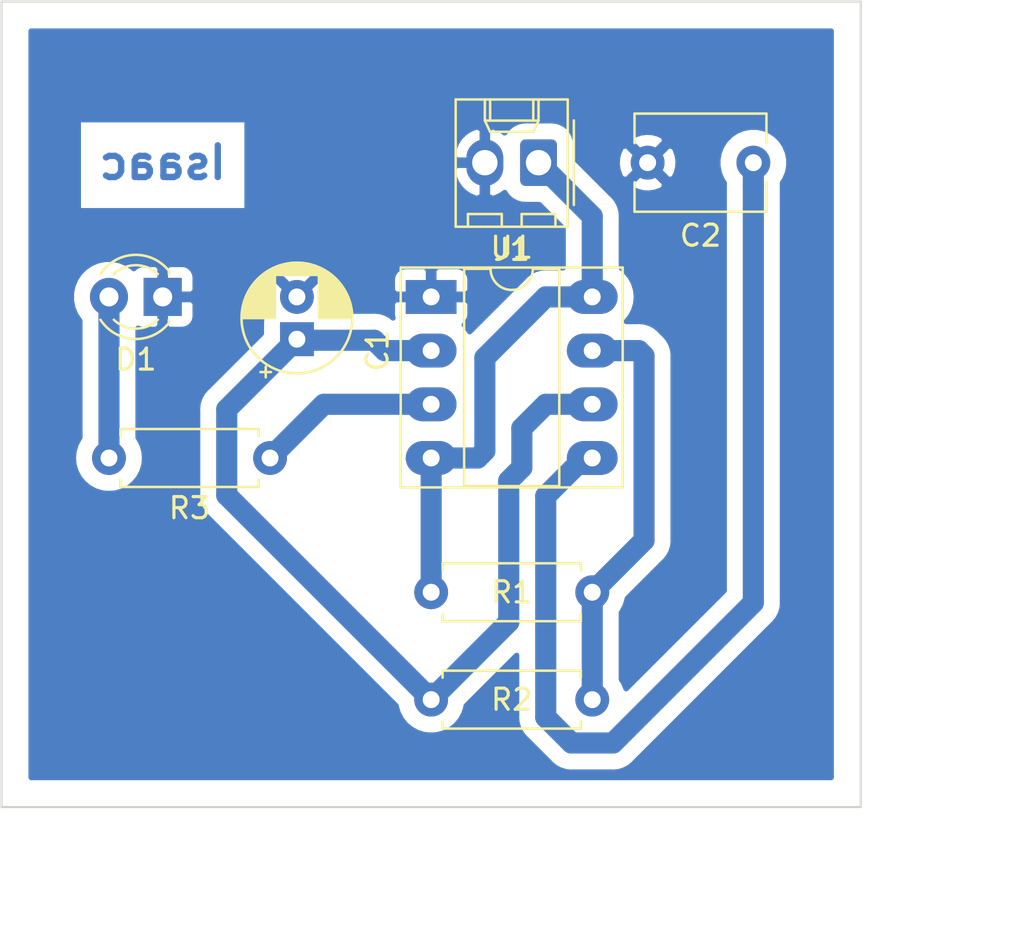
<source format=kicad_pcb>
(kicad_pcb (version 20171130) (host pcbnew "(5.1.4)-1")

  (general
    (thickness 1.6)
    (drawings 7)
    (tracks 36)
    (zones 0)
    (modules 8)
    (nets 8)
  )

  (page A4)
  (layers
    (0 F.Cu signal)
    (31 B.Cu signal)
    (32 B.Adhes user)
    (33 F.Adhes user)
    (34 B.Paste user)
    (35 F.Paste user)
    (36 B.SilkS user)
    (37 F.SilkS user)
    (38 B.Mask user)
    (39 F.Mask user)
    (40 Dwgs.User user)
    (41 Cmts.User user)
    (42 Eco1.User user)
    (43 Eco2.User user)
    (44 Edge.Cuts user)
    (45 Margin user)
    (46 B.CrtYd user)
    (47 F.CrtYd user)
    (48 B.Fab user)
    (49 F.Fab user)
  )

  (setup
    (last_trace_width 1)
    (user_trace_width 1)
    (trace_clearance 0.75)
    (zone_clearance 0.508)
    (zone_45_only no)
    (trace_min 0.2)
    (via_size 0.8)
    (via_drill 0.4)
    (via_min_size 0.4)
    (via_min_drill 0.3)
    (uvia_size 0.3)
    (uvia_drill 0.1)
    (uvias_allowed no)
    (uvia_min_size 0.2)
    (uvia_min_drill 0.1)
    (edge_width 0.05)
    (segment_width 0.2)
    (pcb_text_width 0.3)
    (pcb_text_size 1.5 1.5)
    (mod_edge_width 0.12)
    (mod_text_size 1 1)
    (mod_text_width 0.15)
    (pad_size 1.74 2.2)
    (pad_drill 1.2)
    (pad_to_mask_clearance 0.051)
    (solder_mask_min_width 0.25)
    (aux_axis_origin 0 0)
    (visible_elements 7FFFFFFF)
    (pcbplotparams
      (layerselection 0x00000_fffffffe)
      (usegerberextensions false)
      (usegerberattributes false)
      (usegerberadvancedattributes false)
      (creategerberjobfile false)
      (excludeedgelayer true)
      (linewidth 0.100000)
      (plotframeref false)
      (viasonmask false)
      (mode 1)
      (useauxorigin false)
      (hpglpennumber 1)
      (hpglpenspeed 20)
      (hpglpendiameter 15.000000)
      (psnegative false)
      (psa4output false)
      (plotreference true)
      (plotvalue true)
      (plotinvisibletext false)
      (padsonsilk false)
      (subtractmaskfromsilk false)
      (outputformat 4)
      (mirror false)
      (drillshape 0)
      (scaleselection 1)
      (outputdirectory "BATATA"))
  )

  (net 0 "")
  (net 1 GND)
  (net 2 "Net-(C1-Pad1)")
  (net 3 "Net-(C2-Pad1)")
  (net 4 "Net-(D1-Pad2)")
  (net 5 +5V)
  (net 6 "Net-(R1-Pad2)")
  (net 7 "Net-(R3-Pad1)")

  (net_class Default "Esta é a classe de rede padrão."
    (clearance 0.75)
    (trace_width 0.75)
    (via_dia 0.8)
    (via_drill 0.4)
    (uvia_dia 0.3)
    (uvia_drill 0.1)
    (add_net +5V)
    (add_net GND)
    (add_net "Net-(C1-Pad1)")
    (add_net "Net-(C2-Pad1)")
    (add_net "Net-(D1-Pad2)")
    (add_net "Net-(R1-Pad2)")
    (add_net "Net-(R3-Pad1)")
  )

  (module Capacitor_THT:CP_Radial_D5.0mm_P2.00mm (layer F.Cu) (tedit 5AE50EF0) (tstamp 5DA5924D)
    (at 72.39 59.15 90)
    (descr "CP, Radial series, Radial, pin pitch=2.00mm, , diameter=5mm, Electrolytic Capacitor")
    (tags "CP Radial series Radial pin pitch 2.00mm  diameter 5mm Electrolytic Capacitor")
    (path /5DA78578)
    (fp_text reference C1 (at -0.54 3.81 90) (layer F.SilkS)
      (effects (font (size 1 1) (thickness 0.15)))
    )
    (fp_text value 100uF (at 0.73 -3.81 90) (layer F.Fab)
      (effects (font (size 1 1) (thickness 0.15)))
    )
    (fp_text user %R (at 1.9 0 90) (layer F.Fab)
      (effects (font (size 1 1) (thickness 0.15)))
    )
    (fp_line (start -1.554775 -1.725) (end -1.554775 -1.225) (layer F.SilkS) (width 0.12))
    (fp_line (start -1.804775 -1.475) (end -1.304775 -1.475) (layer F.SilkS) (width 0.12))
    (fp_line (start 3.601 -0.284) (end 3.601 0.284) (layer F.SilkS) (width 0.12))
    (fp_line (start 3.561 -0.518) (end 3.561 0.518) (layer F.SilkS) (width 0.12))
    (fp_line (start 3.521 -0.677) (end 3.521 0.677) (layer F.SilkS) (width 0.12))
    (fp_line (start 3.481 -0.805) (end 3.481 0.805) (layer F.SilkS) (width 0.12))
    (fp_line (start 3.441 -0.915) (end 3.441 0.915) (layer F.SilkS) (width 0.12))
    (fp_line (start 3.401 -1.011) (end 3.401 1.011) (layer F.SilkS) (width 0.12))
    (fp_line (start 3.361 -1.098) (end 3.361 1.098) (layer F.SilkS) (width 0.12))
    (fp_line (start 3.321 -1.178) (end 3.321 1.178) (layer F.SilkS) (width 0.12))
    (fp_line (start 3.281 -1.251) (end 3.281 1.251) (layer F.SilkS) (width 0.12))
    (fp_line (start 3.241 -1.319) (end 3.241 1.319) (layer F.SilkS) (width 0.12))
    (fp_line (start 3.201 -1.383) (end 3.201 1.383) (layer F.SilkS) (width 0.12))
    (fp_line (start 3.161 -1.443) (end 3.161 1.443) (layer F.SilkS) (width 0.12))
    (fp_line (start 3.121 -1.5) (end 3.121 1.5) (layer F.SilkS) (width 0.12))
    (fp_line (start 3.081 -1.554) (end 3.081 1.554) (layer F.SilkS) (width 0.12))
    (fp_line (start 3.041 -1.605) (end 3.041 1.605) (layer F.SilkS) (width 0.12))
    (fp_line (start 3.001 1.04) (end 3.001 1.653) (layer F.SilkS) (width 0.12))
    (fp_line (start 3.001 -1.653) (end 3.001 -1.04) (layer F.SilkS) (width 0.12))
    (fp_line (start 2.961 1.04) (end 2.961 1.699) (layer F.SilkS) (width 0.12))
    (fp_line (start 2.961 -1.699) (end 2.961 -1.04) (layer F.SilkS) (width 0.12))
    (fp_line (start 2.921 1.04) (end 2.921 1.743) (layer F.SilkS) (width 0.12))
    (fp_line (start 2.921 -1.743) (end 2.921 -1.04) (layer F.SilkS) (width 0.12))
    (fp_line (start 2.881 1.04) (end 2.881 1.785) (layer F.SilkS) (width 0.12))
    (fp_line (start 2.881 -1.785) (end 2.881 -1.04) (layer F.SilkS) (width 0.12))
    (fp_line (start 2.841 1.04) (end 2.841 1.826) (layer F.SilkS) (width 0.12))
    (fp_line (start 2.841 -1.826) (end 2.841 -1.04) (layer F.SilkS) (width 0.12))
    (fp_line (start 2.801 1.04) (end 2.801 1.864) (layer F.SilkS) (width 0.12))
    (fp_line (start 2.801 -1.864) (end 2.801 -1.04) (layer F.SilkS) (width 0.12))
    (fp_line (start 2.761 1.04) (end 2.761 1.901) (layer F.SilkS) (width 0.12))
    (fp_line (start 2.761 -1.901) (end 2.761 -1.04) (layer F.SilkS) (width 0.12))
    (fp_line (start 2.721 1.04) (end 2.721 1.937) (layer F.SilkS) (width 0.12))
    (fp_line (start 2.721 -1.937) (end 2.721 -1.04) (layer F.SilkS) (width 0.12))
    (fp_line (start 2.681 1.04) (end 2.681 1.971) (layer F.SilkS) (width 0.12))
    (fp_line (start 2.681 -1.971) (end 2.681 -1.04) (layer F.SilkS) (width 0.12))
    (fp_line (start 2.641 1.04) (end 2.641 2.004) (layer F.SilkS) (width 0.12))
    (fp_line (start 2.641 -2.004) (end 2.641 -1.04) (layer F.SilkS) (width 0.12))
    (fp_line (start 2.601 1.04) (end 2.601 2.035) (layer F.SilkS) (width 0.12))
    (fp_line (start 2.601 -2.035) (end 2.601 -1.04) (layer F.SilkS) (width 0.12))
    (fp_line (start 2.561 1.04) (end 2.561 2.065) (layer F.SilkS) (width 0.12))
    (fp_line (start 2.561 -2.065) (end 2.561 -1.04) (layer F.SilkS) (width 0.12))
    (fp_line (start 2.521 1.04) (end 2.521 2.095) (layer F.SilkS) (width 0.12))
    (fp_line (start 2.521 -2.095) (end 2.521 -1.04) (layer F.SilkS) (width 0.12))
    (fp_line (start 2.481 1.04) (end 2.481 2.122) (layer F.SilkS) (width 0.12))
    (fp_line (start 2.481 -2.122) (end 2.481 -1.04) (layer F.SilkS) (width 0.12))
    (fp_line (start 2.441 1.04) (end 2.441 2.149) (layer F.SilkS) (width 0.12))
    (fp_line (start 2.441 -2.149) (end 2.441 -1.04) (layer F.SilkS) (width 0.12))
    (fp_line (start 2.401 1.04) (end 2.401 2.175) (layer F.SilkS) (width 0.12))
    (fp_line (start 2.401 -2.175) (end 2.401 -1.04) (layer F.SilkS) (width 0.12))
    (fp_line (start 2.361 1.04) (end 2.361 2.2) (layer F.SilkS) (width 0.12))
    (fp_line (start 2.361 -2.2) (end 2.361 -1.04) (layer F.SilkS) (width 0.12))
    (fp_line (start 2.321 1.04) (end 2.321 2.224) (layer F.SilkS) (width 0.12))
    (fp_line (start 2.321 -2.224) (end 2.321 -1.04) (layer F.SilkS) (width 0.12))
    (fp_line (start 2.281 1.04) (end 2.281 2.247) (layer F.SilkS) (width 0.12))
    (fp_line (start 2.281 -2.247) (end 2.281 -1.04) (layer F.SilkS) (width 0.12))
    (fp_line (start 2.241 1.04) (end 2.241 2.268) (layer F.SilkS) (width 0.12))
    (fp_line (start 2.241 -2.268) (end 2.241 -1.04) (layer F.SilkS) (width 0.12))
    (fp_line (start 2.201 1.04) (end 2.201 2.29) (layer F.SilkS) (width 0.12))
    (fp_line (start 2.201 -2.29) (end 2.201 -1.04) (layer F.SilkS) (width 0.12))
    (fp_line (start 2.161 1.04) (end 2.161 2.31) (layer F.SilkS) (width 0.12))
    (fp_line (start 2.161 -2.31) (end 2.161 -1.04) (layer F.SilkS) (width 0.12))
    (fp_line (start 2.121 1.04) (end 2.121 2.329) (layer F.SilkS) (width 0.12))
    (fp_line (start 2.121 -2.329) (end 2.121 -1.04) (layer F.SilkS) (width 0.12))
    (fp_line (start 2.081 1.04) (end 2.081 2.348) (layer F.SilkS) (width 0.12))
    (fp_line (start 2.081 -2.348) (end 2.081 -1.04) (layer F.SilkS) (width 0.12))
    (fp_line (start 2.041 1.04) (end 2.041 2.365) (layer F.SilkS) (width 0.12))
    (fp_line (start 2.041 -2.365) (end 2.041 -1.04) (layer F.SilkS) (width 0.12))
    (fp_line (start 2.001 1.04) (end 2.001 2.382) (layer F.SilkS) (width 0.12))
    (fp_line (start 2.001 -2.382) (end 2.001 -1.04) (layer F.SilkS) (width 0.12))
    (fp_line (start 1.961 1.04) (end 1.961 2.398) (layer F.SilkS) (width 0.12))
    (fp_line (start 1.961 -2.398) (end 1.961 -1.04) (layer F.SilkS) (width 0.12))
    (fp_line (start 1.921 1.04) (end 1.921 2.414) (layer F.SilkS) (width 0.12))
    (fp_line (start 1.921 -2.414) (end 1.921 -1.04) (layer F.SilkS) (width 0.12))
    (fp_line (start 1.881 1.04) (end 1.881 2.428) (layer F.SilkS) (width 0.12))
    (fp_line (start 1.881 -2.428) (end 1.881 -1.04) (layer F.SilkS) (width 0.12))
    (fp_line (start 1.841 1.04) (end 1.841 2.442) (layer F.SilkS) (width 0.12))
    (fp_line (start 1.841 -2.442) (end 1.841 -1.04) (layer F.SilkS) (width 0.12))
    (fp_line (start 1.801 1.04) (end 1.801 2.455) (layer F.SilkS) (width 0.12))
    (fp_line (start 1.801 -2.455) (end 1.801 -1.04) (layer F.SilkS) (width 0.12))
    (fp_line (start 1.761 1.04) (end 1.761 2.468) (layer F.SilkS) (width 0.12))
    (fp_line (start 1.761 -2.468) (end 1.761 -1.04) (layer F.SilkS) (width 0.12))
    (fp_line (start 1.721 1.04) (end 1.721 2.48) (layer F.SilkS) (width 0.12))
    (fp_line (start 1.721 -2.48) (end 1.721 -1.04) (layer F.SilkS) (width 0.12))
    (fp_line (start 1.68 1.04) (end 1.68 2.491) (layer F.SilkS) (width 0.12))
    (fp_line (start 1.68 -2.491) (end 1.68 -1.04) (layer F.SilkS) (width 0.12))
    (fp_line (start 1.64 1.04) (end 1.64 2.501) (layer F.SilkS) (width 0.12))
    (fp_line (start 1.64 -2.501) (end 1.64 -1.04) (layer F.SilkS) (width 0.12))
    (fp_line (start 1.6 1.04) (end 1.6 2.511) (layer F.SilkS) (width 0.12))
    (fp_line (start 1.6 -2.511) (end 1.6 -1.04) (layer F.SilkS) (width 0.12))
    (fp_line (start 1.56 1.04) (end 1.56 2.52) (layer F.SilkS) (width 0.12))
    (fp_line (start 1.56 -2.52) (end 1.56 -1.04) (layer F.SilkS) (width 0.12))
    (fp_line (start 1.52 1.04) (end 1.52 2.528) (layer F.SilkS) (width 0.12))
    (fp_line (start 1.52 -2.528) (end 1.52 -1.04) (layer F.SilkS) (width 0.12))
    (fp_line (start 1.48 1.04) (end 1.48 2.536) (layer F.SilkS) (width 0.12))
    (fp_line (start 1.48 -2.536) (end 1.48 -1.04) (layer F.SilkS) (width 0.12))
    (fp_line (start 1.44 1.04) (end 1.44 2.543) (layer F.SilkS) (width 0.12))
    (fp_line (start 1.44 -2.543) (end 1.44 -1.04) (layer F.SilkS) (width 0.12))
    (fp_line (start 1.4 1.04) (end 1.4 2.55) (layer F.SilkS) (width 0.12))
    (fp_line (start 1.4 -2.55) (end 1.4 -1.04) (layer F.SilkS) (width 0.12))
    (fp_line (start 1.36 1.04) (end 1.36 2.556) (layer F.SilkS) (width 0.12))
    (fp_line (start 1.36 -2.556) (end 1.36 -1.04) (layer F.SilkS) (width 0.12))
    (fp_line (start 1.32 1.04) (end 1.32 2.561) (layer F.SilkS) (width 0.12))
    (fp_line (start 1.32 -2.561) (end 1.32 -1.04) (layer F.SilkS) (width 0.12))
    (fp_line (start 1.28 1.04) (end 1.28 2.565) (layer F.SilkS) (width 0.12))
    (fp_line (start 1.28 -2.565) (end 1.28 -1.04) (layer F.SilkS) (width 0.12))
    (fp_line (start 1.24 1.04) (end 1.24 2.569) (layer F.SilkS) (width 0.12))
    (fp_line (start 1.24 -2.569) (end 1.24 -1.04) (layer F.SilkS) (width 0.12))
    (fp_line (start 1.2 1.04) (end 1.2 2.573) (layer F.SilkS) (width 0.12))
    (fp_line (start 1.2 -2.573) (end 1.2 -1.04) (layer F.SilkS) (width 0.12))
    (fp_line (start 1.16 1.04) (end 1.16 2.576) (layer F.SilkS) (width 0.12))
    (fp_line (start 1.16 -2.576) (end 1.16 -1.04) (layer F.SilkS) (width 0.12))
    (fp_line (start 1.12 1.04) (end 1.12 2.578) (layer F.SilkS) (width 0.12))
    (fp_line (start 1.12 -2.578) (end 1.12 -1.04) (layer F.SilkS) (width 0.12))
    (fp_line (start 1.08 1.04) (end 1.08 2.579) (layer F.SilkS) (width 0.12))
    (fp_line (start 1.08 -2.579) (end 1.08 -1.04) (layer F.SilkS) (width 0.12))
    (fp_line (start 1.04 -2.58) (end 1.04 -1.04) (layer F.SilkS) (width 0.12))
    (fp_line (start 1.04 1.04) (end 1.04 2.58) (layer F.SilkS) (width 0.12))
    (fp_line (start 1 -2.58) (end 1 -1.04) (layer F.SilkS) (width 0.12))
    (fp_line (start 1 1.04) (end 1 2.58) (layer F.SilkS) (width 0.12))
    (fp_line (start -0.883605 -1.3375) (end -0.883605 -0.8375) (layer F.Fab) (width 0.1))
    (fp_line (start -1.133605 -1.0875) (end -0.633605 -1.0875) (layer F.Fab) (width 0.1))
    (fp_circle (center 1 0) (end 3.75 0) (layer F.CrtYd) (width 0.05))
    (fp_circle (center 1 0) (end 3.62 0) (layer F.SilkS) (width 0.12))
    (fp_circle (center 1 0) (end 3.5 0) (layer F.Fab) (width 0.1))
    (pad 2 thru_hole circle (at 2 0 90) (size 1.6 1.6) (drill 0.8) (layers *.Cu *.Mask)
      (net 1 GND))
    (pad 1 thru_hole rect (at 0 0 90) (size 1.6 1.6) (drill 0.8) (layers *.Cu *.Mask)
      (net 2 "Net-(C1-Pad1)"))
    (model ${KISYS3DMOD}/Capacitor_THT.3dshapes/CP_Radial_D5.0mm_P2.00mm.wrl
      (at (xyz 0 0 0))
      (scale (xyz 1 1 1))
      (rotate (xyz 0 0 0))
    )
  )

  (module Package_DIP:DIP-8_W7.62mm_Socket_LongPads (layer F.Cu) (tedit 5A02E8C5) (tstamp 5DA59302)
    (at 78.74 57.15)
    (descr "8-lead though-hole mounted DIP package, row spacing 7.62 mm (300 mils), Socket, LongPads")
    (tags "THT DIP DIL PDIP 2.54mm 7.62mm 300mil Socket LongPads")
    (path /5DA71490)
    (fp_text reference U1 (at 3.81 -2.33) (layer F.SilkS)
      (effects (font (size 1 1) (thickness 0.15)))
    )
    (fp_text value NE555 (at 3.81 9.95) (layer F.Fab)
      (effects (font (size 1 1) (thickness 0.15)))
    )
    (fp_text user %R (at 3.81 3.81) (layer F.Fab)
      (effects (font (size 1 1) (thickness 0.15)))
    )
    (fp_line (start 9.15 -1.6) (end -1.55 -1.6) (layer F.CrtYd) (width 0.05))
    (fp_line (start 9.15 9.2) (end 9.15 -1.6) (layer F.CrtYd) (width 0.05))
    (fp_line (start -1.55 9.2) (end 9.15 9.2) (layer F.CrtYd) (width 0.05))
    (fp_line (start -1.55 -1.6) (end -1.55 9.2) (layer F.CrtYd) (width 0.05))
    (fp_line (start 9.06 -1.39) (end -1.44 -1.39) (layer F.SilkS) (width 0.12))
    (fp_line (start 9.06 9.01) (end 9.06 -1.39) (layer F.SilkS) (width 0.12))
    (fp_line (start -1.44 9.01) (end 9.06 9.01) (layer F.SilkS) (width 0.12))
    (fp_line (start -1.44 -1.39) (end -1.44 9.01) (layer F.SilkS) (width 0.12))
    (fp_line (start 6.06 -1.33) (end 4.81 -1.33) (layer F.SilkS) (width 0.12))
    (fp_line (start 6.06 8.95) (end 6.06 -1.33) (layer F.SilkS) (width 0.12))
    (fp_line (start 1.56 8.95) (end 6.06 8.95) (layer F.SilkS) (width 0.12))
    (fp_line (start 1.56 -1.33) (end 1.56 8.95) (layer F.SilkS) (width 0.12))
    (fp_line (start 2.81 -1.33) (end 1.56 -1.33) (layer F.SilkS) (width 0.12))
    (fp_line (start 8.89 -1.33) (end -1.27 -1.33) (layer F.Fab) (width 0.1))
    (fp_line (start 8.89 8.95) (end 8.89 -1.33) (layer F.Fab) (width 0.1))
    (fp_line (start -1.27 8.95) (end 8.89 8.95) (layer F.Fab) (width 0.1))
    (fp_line (start -1.27 -1.33) (end -1.27 8.95) (layer F.Fab) (width 0.1))
    (fp_line (start 0.635 -0.27) (end 1.635 -1.27) (layer F.Fab) (width 0.1))
    (fp_line (start 0.635 8.89) (end 0.635 -0.27) (layer F.Fab) (width 0.1))
    (fp_line (start 6.985 8.89) (end 0.635 8.89) (layer F.Fab) (width 0.1))
    (fp_line (start 6.985 -1.27) (end 6.985 8.89) (layer F.Fab) (width 0.1))
    (fp_line (start 1.635 -1.27) (end 6.985 -1.27) (layer F.Fab) (width 0.1))
    (fp_arc (start 3.81 -1.33) (end 2.81 -1.33) (angle -180) (layer F.SilkS) (width 0.12))
    (pad 8 thru_hole oval (at 7.62 0) (size 2.4 1.6) (drill 0.8) (layers *.Cu *.Mask)
      (net 5 +5V))
    (pad 4 thru_hole oval (at 0 7.62) (size 2.4 1.6) (drill 0.8) (layers *.Cu *.Mask)
      (net 5 +5V))
    (pad 7 thru_hole oval (at 7.62 2.54) (size 2.4 1.6) (drill 0.8) (layers *.Cu *.Mask)
      (net 6 "Net-(R1-Pad2)"))
    (pad 3 thru_hole oval (at 0 5.08) (size 2.4 1.6) (drill 0.8) (layers *.Cu *.Mask)
      (net 7 "Net-(R3-Pad1)"))
    (pad 6 thru_hole oval (at 7.62 5.08) (size 2.4 1.6) (drill 0.8) (layers *.Cu *.Mask)
      (net 2 "Net-(C1-Pad1)"))
    (pad 2 thru_hole oval (at 0 2.54) (size 2.4 1.6) (drill 0.8) (layers *.Cu *.Mask)
      (net 2 "Net-(C1-Pad1)"))
    (pad 5 thru_hole oval (at 7.62 7.62) (size 2.4 1.6) (drill 0.8) (layers *.Cu *.Mask)
      (net 3 "Net-(C2-Pad1)"))
    (pad 1 thru_hole rect (at 0 0) (size 2.4 1.6) (drill 0.8) (layers *.Cu *.Mask)
      (net 1 GND))
    (model ${KISYS3DMOD}/Package_DIP.3dshapes/DIP-8_W7.62mm_Socket.wrl
      (at (xyz 0 0 0))
      (scale (xyz 1 1 1))
      (rotate (xyz 0 0 0))
    )
  )

  (module Resistor_THT:R_Axial_DIN0207_L6.3mm_D2.5mm_P7.62mm_Horizontal (layer F.Cu) (tedit 5AE5139B) (tstamp 5DA592DE)
    (at 71.12 64.77 180)
    (descr "Resistor, Axial_DIN0207 series, Axial, Horizontal, pin pitch=7.62mm, 0.25W = 1/4W, length*diameter=6.3*2.5mm^2, http://cdn-reichelt.de/documents/datenblatt/B400/1_4W%23YAG.pdf")
    (tags "Resistor Axial_DIN0207 series Axial Horizontal pin pitch 7.62mm 0.25W = 1/4W length 6.3mm diameter 2.5mm")
    (path /5DA7553A)
    (fp_text reference R3 (at 3.81 -2.37) (layer F.SilkS)
      (effects (font (size 1 1) (thickness 0.15)))
    )
    (fp_text value R (at 3.81 2.37) (layer F.Fab)
      (effects (font (size 1 1) (thickness 0.15)))
    )
    (fp_text user %R (at 3.81 0) (layer F.Fab)
      (effects (font (size 1 1) (thickness 0.15)))
    )
    (fp_line (start 8.67 -1.5) (end -1.05 -1.5) (layer F.CrtYd) (width 0.05))
    (fp_line (start 8.67 1.5) (end 8.67 -1.5) (layer F.CrtYd) (width 0.05))
    (fp_line (start -1.05 1.5) (end 8.67 1.5) (layer F.CrtYd) (width 0.05))
    (fp_line (start -1.05 -1.5) (end -1.05 1.5) (layer F.CrtYd) (width 0.05))
    (fp_line (start 7.08 1.37) (end 7.08 1.04) (layer F.SilkS) (width 0.12))
    (fp_line (start 0.54 1.37) (end 7.08 1.37) (layer F.SilkS) (width 0.12))
    (fp_line (start 0.54 1.04) (end 0.54 1.37) (layer F.SilkS) (width 0.12))
    (fp_line (start 7.08 -1.37) (end 7.08 -1.04) (layer F.SilkS) (width 0.12))
    (fp_line (start 0.54 -1.37) (end 7.08 -1.37) (layer F.SilkS) (width 0.12))
    (fp_line (start 0.54 -1.04) (end 0.54 -1.37) (layer F.SilkS) (width 0.12))
    (fp_line (start 7.62 0) (end 6.96 0) (layer F.Fab) (width 0.1))
    (fp_line (start 0 0) (end 0.66 0) (layer F.Fab) (width 0.1))
    (fp_line (start 6.96 -1.25) (end 0.66 -1.25) (layer F.Fab) (width 0.1))
    (fp_line (start 6.96 1.25) (end 6.96 -1.25) (layer F.Fab) (width 0.1))
    (fp_line (start 0.66 1.25) (end 6.96 1.25) (layer F.Fab) (width 0.1))
    (fp_line (start 0.66 -1.25) (end 0.66 1.25) (layer F.Fab) (width 0.1))
    (pad 2 thru_hole oval (at 7.62 0 180) (size 1.6 1.6) (drill 0.8) (layers *.Cu *.Mask)
      (net 4 "Net-(D1-Pad2)"))
    (pad 1 thru_hole circle (at 0 0 180) (size 1.6 1.6) (drill 0.8) (layers *.Cu *.Mask)
      (net 7 "Net-(R3-Pad1)"))
    (model ${KISYS3DMOD}/Resistor_THT.3dshapes/R_Axial_DIN0207_L6.3mm_D2.5mm_P7.62mm_Horizontal.wrl
      (at (xyz 0 0 0))
      (scale (xyz 1 1 1))
      (rotate (xyz 0 0 0))
    )
  )

  (module Resistor_THT:R_Axial_DIN0207_L6.3mm_D2.5mm_P7.62mm_Horizontal (layer F.Cu) (tedit 5AE5139B) (tstamp 5DA592C7)
    (at 86.36 76.2 180)
    (descr "Resistor, Axial_DIN0207 series, Axial, Horizontal, pin pitch=7.62mm, 0.25W = 1/4W, length*diameter=6.3*2.5mm^2, http://cdn-reichelt.de/documents/datenblatt/B400/1_4W%23YAG.pdf")
    (tags "Resistor Axial_DIN0207 series Axial Horizontal pin pitch 7.62mm 0.25W = 1/4W length 6.3mm diameter 2.5mm")
    (path /5DA79FB5)
    (fp_text reference R2 (at 3.81 0) (layer F.SilkS)
      (effects (font (size 1 1) (thickness 0.15)))
    )
    (fp_text value 6k8 (at -2.54 0) (layer F.Fab)
      (effects (font (size 1 1) (thickness 0.15)))
    )
    (fp_text user %R (at 3.81 0) (layer F.Fab)
      (effects (font (size 1 1) (thickness 0.15)))
    )
    (fp_line (start 8.67 -1.5) (end -1.05 -1.5) (layer F.CrtYd) (width 0.05))
    (fp_line (start 8.67 1.5) (end 8.67 -1.5) (layer F.CrtYd) (width 0.05))
    (fp_line (start -1.05 1.5) (end 8.67 1.5) (layer F.CrtYd) (width 0.05))
    (fp_line (start -1.05 -1.5) (end -1.05 1.5) (layer F.CrtYd) (width 0.05))
    (fp_line (start 7.08 1.37) (end 7.08 1.04) (layer F.SilkS) (width 0.12))
    (fp_line (start 0.54 1.37) (end 7.08 1.37) (layer F.SilkS) (width 0.12))
    (fp_line (start 0.54 1.04) (end 0.54 1.37) (layer F.SilkS) (width 0.12))
    (fp_line (start 7.08 -1.37) (end 7.08 -1.04) (layer F.SilkS) (width 0.12))
    (fp_line (start 0.54 -1.37) (end 7.08 -1.37) (layer F.SilkS) (width 0.12))
    (fp_line (start 0.54 -1.04) (end 0.54 -1.37) (layer F.SilkS) (width 0.12))
    (fp_line (start 7.62 0) (end 6.96 0) (layer F.Fab) (width 0.1))
    (fp_line (start 0 0) (end 0.66 0) (layer F.Fab) (width 0.1))
    (fp_line (start 6.96 -1.25) (end 0.66 -1.25) (layer F.Fab) (width 0.1))
    (fp_line (start 6.96 1.25) (end 6.96 -1.25) (layer F.Fab) (width 0.1))
    (fp_line (start 0.66 1.25) (end 6.96 1.25) (layer F.Fab) (width 0.1))
    (fp_line (start 0.66 -1.25) (end 0.66 1.25) (layer F.Fab) (width 0.1))
    (pad 2 thru_hole oval (at 7.62 0 180) (size 1.6 1.6) (drill 0.8) (layers *.Cu *.Mask)
      (net 2 "Net-(C1-Pad1)"))
    (pad 1 thru_hole circle (at 0 0 180) (size 1.6 1.6) (drill 0.8) (layers *.Cu *.Mask)
      (net 6 "Net-(R1-Pad2)"))
    (model ${KISYS3DMOD}/Resistor_THT.3dshapes/R_Axial_DIN0207_L6.3mm_D2.5mm_P7.62mm_Horizontal.wrl
      (at (xyz 0 0 0))
      (scale (xyz 1 1 1))
      (rotate (xyz 0 0 0))
    )
  )

  (module Resistor_THT:R_Axial_DIN0207_L6.3mm_D2.5mm_P7.62mm_Horizontal (layer F.Cu) (tedit 5AE5139B) (tstamp 5DA592B0)
    (at 78.74 71.12)
    (descr "Resistor, Axial_DIN0207 series, Axial, Horizontal, pin pitch=7.62mm, 0.25W = 1/4W, length*diameter=6.3*2.5mm^2, http://cdn-reichelt.de/documents/datenblatt/B400/1_4W%23YAG.pdf")
    (tags "Resistor Axial_DIN0207 series Axial Horizontal pin pitch 7.62mm 0.25W = 1/4W length 6.3mm diameter 2.5mm")
    (path /5DA7A580)
    (fp_text reference R1 (at 3.81 0) (layer F.SilkS)
      (effects (font (size 1 1) (thickness 0.15)))
    )
    (fp_text value 1k (at 10.16 0) (layer F.Fab)
      (effects (font (size 1 1) (thickness 0.15)))
    )
    (fp_text user %R (at 3.81 0) (layer F.Fab)
      (effects (font (size 1 1) (thickness 0.15)))
    )
    (fp_line (start 8.67 -1.5) (end -1.05 -1.5) (layer F.CrtYd) (width 0.05))
    (fp_line (start 8.67 1.5) (end 8.67 -1.5) (layer F.CrtYd) (width 0.05))
    (fp_line (start -1.05 1.5) (end 8.67 1.5) (layer F.CrtYd) (width 0.05))
    (fp_line (start -1.05 -1.5) (end -1.05 1.5) (layer F.CrtYd) (width 0.05))
    (fp_line (start 7.08 1.37) (end 7.08 1.04) (layer F.SilkS) (width 0.12))
    (fp_line (start 0.54 1.37) (end 7.08 1.37) (layer F.SilkS) (width 0.12))
    (fp_line (start 0.54 1.04) (end 0.54 1.37) (layer F.SilkS) (width 0.12))
    (fp_line (start 7.08 -1.37) (end 7.08 -1.04) (layer F.SilkS) (width 0.12))
    (fp_line (start 0.54 -1.37) (end 7.08 -1.37) (layer F.SilkS) (width 0.12))
    (fp_line (start 0.54 -1.04) (end 0.54 -1.37) (layer F.SilkS) (width 0.12))
    (fp_line (start 7.62 0) (end 6.96 0) (layer F.Fab) (width 0.1))
    (fp_line (start 0 0) (end 0.66 0) (layer F.Fab) (width 0.1))
    (fp_line (start 6.96 -1.25) (end 0.66 -1.25) (layer F.Fab) (width 0.1))
    (fp_line (start 6.96 1.25) (end 6.96 -1.25) (layer F.Fab) (width 0.1))
    (fp_line (start 0.66 1.25) (end 6.96 1.25) (layer F.Fab) (width 0.1))
    (fp_line (start 0.66 -1.25) (end 0.66 1.25) (layer F.Fab) (width 0.1))
    (pad 2 thru_hole oval (at 7.62 0) (size 1.6 1.6) (drill 0.8) (layers *.Cu *.Mask)
      (net 6 "Net-(R1-Pad2)"))
    (pad 1 thru_hole circle (at 0 0) (size 1.6 1.6) (drill 0.8) (layers *.Cu *.Mask)
      (net 5 +5V))
    (model ${KISYS3DMOD}/Resistor_THT.3dshapes/R_Axial_DIN0207_L6.3mm_D2.5mm_P7.62mm_Horizontal.wrl
      (at (xyz 0 0 0))
      (scale (xyz 1 1 1))
      (rotate (xyz 0 0 0))
    )
  )

  (module Connector_Molex:Molex_KK-254_AE-6410-02A_1x02_P2.54mm_Vertical (layer F.Cu) (tedit 5DA5014D) (tstamp 5DA59299)
    (at 83.82 50.8 180)
    (descr "Molex KK-254 Interconnect System, old/engineering part number: AE-6410-02A example for new part number: 22-27-2021, 2 Pins (http://www.molex.com/pdm_docs/sd/022272021_sd.pdf), generated with kicad-footprint-generator")
    (tags "connector Molex KK-254 side entry")
    (path /5DA86A3E)
    (fp_text reference J1 (at 1.27 -4.12) (layer F.SilkS)
      (effects (font (size 1 1) (thickness 0.15)))
    )
    (fp_text value Jack-DC (at 1.27 4.08) (layer F.Fab)
      (effects (font (size 1 1) (thickness 0.15)))
    )
    (fp_text user %R (at 1.27 -2.22) (layer F.Fab)
      (effects (font (size 1 1) (thickness 0.15)))
    )
    (fp_line (start 4.31 -3.42) (end -1.77 -3.42) (layer F.CrtYd) (width 0.05))
    (fp_line (start 4.31 3.38) (end 4.31 -3.42) (layer F.CrtYd) (width 0.05))
    (fp_line (start -1.77 3.38) (end 4.31 3.38) (layer F.CrtYd) (width 0.05))
    (fp_line (start -1.77 -3.42) (end -1.77 3.38) (layer F.CrtYd) (width 0.05))
    (fp_line (start 3.34 -2.43) (end 3.34 -3.03) (layer F.SilkS) (width 0.12))
    (fp_line (start 1.74 -2.43) (end 3.34 -2.43) (layer F.SilkS) (width 0.12))
    (fp_line (start 1.74 -3.03) (end 1.74 -2.43) (layer F.SilkS) (width 0.12))
    (fp_line (start 0.8 -2.43) (end 0.8 -3.03) (layer F.SilkS) (width 0.12))
    (fp_line (start -0.8 -2.43) (end 0.8 -2.43) (layer F.SilkS) (width 0.12))
    (fp_line (start -0.8 -3.03) (end -0.8 -2.43) (layer F.SilkS) (width 0.12))
    (fp_line (start 2.29 2.99) (end 2.29 1.99) (layer F.SilkS) (width 0.12))
    (fp_line (start 0.25 2.99) (end 0.25 1.99) (layer F.SilkS) (width 0.12))
    (fp_line (start 2.29 1.46) (end 2.54 1.99) (layer F.SilkS) (width 0.12))
    (fp_line (start 0.25 1.46) (end 2.29 1.46) (layer F.SilkS) (width 0.12))
    (fp_line (start 0 1.99) (end 0.25 1.46) (layer F.SilkS) (width 0.12))
    (fp_line (start 2.54 1.99) (end 2.54 2.99) (layer F.SilkS) (width 0.12))
    (fp_line (start 0 1.99) (end 2.54 1.99) (layer F.SilkS) (width 0.12))
    (fp_line (start 0 2.99) (end 0 1.99) (layer F.SilkS) (width 0.12))
    (fp_line (start -0.562893 0) (end -1.27 0.5) (layer F.Fab) (width 0.1))
    (fp_line (start -1.27 -0.5) (end -0.562893 0) (layer F.Fab) (width 0.1))
    (fp_line (start -1.67 -2) (end -1.67 2) (layer F.SilkS) (width 0.12))
    (fp_line (start 3.92 -3.03) (end -1.38 -3.03) (layer F.SilkS) (width 0.12))
    (fp_line (start 3.92 2.99) (end 3.92 -3.03) (layer F.SilkS) (width 0.12))
    (fp_line (start -1.38 2.99) (end 3.92 2.99) (layer F.SilkS) (width 0.12))
    (fp_line (start -1.38 -3.03) (end -1.38 2.99) (layer F.SilkS) (width 0.12))
    (fp_line (start 3.81 -2.92) (end -1.27 -2.92) (layer F.Fab) (width 0.1))
    (fp_line (start 3.81 2.88) (end 3.81 -2.92) (layer F.Fab) (width 0.1))
    (fp_line (start -1.27 2.88) (end 3.81 2.88) (layer F.Fab) (width 0.1))
    (fp_line (start -1.27 -2.92) (end -1.27 2.88) (layer F.Fab) (width 0.1))
    (pad 2 thru_hole oval (at 2.54 0 180) (size 1.74 2.2) (drill 1.2) (layers *.Cu *.Mask)
      (net 1 GND) (thermal_width 0.5))
    (pad 1 thru_hole roundrect (at 0 0 180) (size 1.74 2.2) (drill 1.2) (layers *.Cu *.Mask) (roundrect_rratio 0.143678)
      (net 5 +5V))
    (model ${KISYS3DMOD}/Connector_Molex.3dshapes/Molex_KK-254_AE-6410-02A_1x02_P2.54mm_Vertical.wrl
      (at (xyz 0 0 0))
      (scale (xyz 1 1 1))
      (rotate (xyz 0 0 0))
    )
  )

  (module LED_THT:LED_D3.0mm (layer F.Cu) (tedit 587A3A7B) (tstamp 5DA59275)
    (at 66.04 57.15 180)
    (descr "LED, diameter 3.0mm, 2 pins")
    (tags "LED diameter 3.0mm 2 pins")
    (path /5DA7391E)
    (fp_text reference D1 (at 1.27 -2.96) (layer F.SilkS)
      (effects (font (size 1 1) (thickness 0.15)))
    )
    (fp_text value LED (at 1.27 2.96) (layer F.Fab)
      (effects (font (size 1 1) (thickness 0.15)))
    )
    (fp_line (start 3.7 -2.25) (end -1.15 -2.25) (layer F.CrtYd) (width 0.05))
    (fp_line (start 3.7 2.25) (end 3.7 -2.25) (layer F.CrtYd) (width 0.05))
    (fp_line (start -1.15 2.25) (end 3.7 2.25) (layer F.CrtYd) (width 0.05))
    (fp_line (start -1.15 -2.25) (end -1.15 2.25) (layer F.CrtYd) (width 0.05))
    (fp_line (start -0.29 1.08) (end -0.29 1.236) (layer F.SilkS) (width 0.12))
    (fp_line (start -0.29 -1.236) (end -0.29 -1.08) (layer F.SilkS) (width 0.12))
    (fp_line (start -0.23 -1.16619) (end -0.23 1.16619) (layer F.Fab) (width 0.1))
    (fp_circle (center 1.27 0) (end 2.77 0) (layer F.Fab) (width 0.1))
    (fp_arc (start 1.27 0) (end 0.229039 1.08) (angle -87.9) (layer F.SilkS) (width 0.12))
    (fp_arc (start 1.27 0) (end 0.229039 -1.08) (angle 87.9) (layer F.SilkS) (width 0.12))
    (fp_arc (start 1.27 0) (end -0.29 1.235516) (angle -108.8) (layer F.SilkS) (width 0.12))
    (fp_arc (start 1.27 0) (end -0.29 -1.235516) (angle 108.8) (layer F.SilkS) (width 0.12))
    (fp_arc (start 1.27 0) (end -0.23 -1.16619) (angle 284.3) (layer F.Fab) (width 0.1))
    (pad 2 thru_hole circle (at 2.54 0 180) (size 1.8 1.8) (drill 0.9) (layers *.Cu *.Mask)
      (net 4 "Net-(D1-Pad2)"))
    (pad 1 thru_hole rect (at 0 0 180) (size 1.8 1.8) (drill 0.9) (layers *.Cu *.Mask)
      (net 1 GND))
    (model ${KISYS3DMOD}/LED_THT.3dshapes/LED_D3.0mm.wrl
      (at (xyz 0 0 0))
      (scale (xyz 1 1 1))
      (rotate (xyz 0 0 0))
    )
  )

  (module Capacitor_THT:C_Disc_D6.0mm_W4.4mm_P5.00mm (layer F.Cu) (tedit 5AE50EF0) (tstamp 5DA59DFF)
    (at 93.98 50.8 180)
    (descr "C, Disc series, Radial, pin pitch=5.00mm, , diameter*width=6*4.4mm^2, Capacitor")
    (tags "C Disc series Radial pin pitch 5.00mm  diameter 6mm width 4.4mm Capacitor")
    (path /5DA78BAA)
    (fp_text reference C2 (at 2.5 -3.45) (layer F.SilkS)
      (effects (font (size 1 1) (thickness 0.15)))
    )
    (fp_text value 0.1uF (at 2.5 3.45) (layer F.Fab)
      (effects (font (size 1 1) (thickness 0.15)))
    )
    (fp_text user %R (at 2.5 0) (layer F.Fab)
      (effects (font (size 1 1) (thickness 0.15)))
    )
    (fp_line (start 6.05 -2.45) (end -1.05 -2.45) (layer F.CrtYd) (width 0.05))
    (fp_line (start 6.05 2.45) (end 6.05 -2.45) (layer F.CrtYd) (width 0.05))
    (fp_line (start -1.05 2.45) (end 6.05 2.45) (layer F.CrtYd) (width 0.05))
    (fp_line (start -1.05 -2.45) (end -1.05 2.45) (layer F.CrtYd) (width 0.05))
    (fp_line (start 5.62 0.925) (end 5.62 2.321) (layer F.SilkS) (width 0.12))
    (fp_line (start 5.62 -2.321) (end 5.62 -0.925) (layer F.SilkS) (width 0.12))
    (fp_line (start -0.62 0.925) (end -0.62 2.321) (layer F.SilkS) (width 0.12))
    (fp_line (start -0.62 -2.321) (end -0.62 -0.925) (layer F.SilkS) (width 0.12))
    (fp_line (start -0.62 2.321) (end 5.62 2.321) (layer F.SilkS) (width 0.12))
    (fp_line (start -0.62 -2.321) (end 5.62 -2.321) (layer F.SilkS) (width 0.12))
    (fp_line (start 5.5 -2.2) (end -0.5 -2.2) (layer F.Fab) (width 0.1))
    (fp_line (start 5.5 2.2) (end 5.5 -2.2) (layer F.Fab) (width 0.1))
    (fp_line (start -0.5 2.2) (end 5.5 2.2) (layer F.Fab) (width 0.1))
    (fp_line (start -0.5 -2.2) (end -0.5 2.2) (layer F.Fab) (width 0.1))
    (pad 2 thru_hole circle (at 5 0 180) (size 1.6 1.6) (drill 0.8) (layers *.Cu *.Mask)
      (net 1 GND))
    (pad 1 thru_hole circle (at 0 0 180) (size 1.6 1.6) (drill 0.8) (layers *.Cu *.Mask)
      (net 3 "Net-(C2-Pad1)"))
    (model ${KISYS3DMOD}/Capacitor_THT.3dshapes/C_Disc_D6.0mm_W4.4mm_P5.00mm.wrl
      (at (xyz 0 0 0))
      (scale (xyz 1 1 1))
      (rotate (xyz 0 0 0))
    )
  )

  (dimension 38.1 (width 0.15) (layer Eco1.User)
    (gr_text "38,100 mm" (at 105.44 62.23 90) (layer Eco1.User)
      (effects (font (size 1 1) (thickness 0.15)))
    )
    (feature1 (pts (xy 101.6 43.18) (xy 104.726421 43.18)))
    (feature2 (pts (xy 101.6 81.28) (xy 104.726421 81.28)))
    (crossbar (pts (xy 104.14 81.28) (xy 104.14 43.18)))
    (arrow1a (pts (xy 104.14 43.18) (xy 104.726421 44.306504)))
    (arrow1b (pts (xy 104.14 43.18) (xy 103.553579 44.306504)))
    (arrow2a (pts (xy 104.14 81.28) (xy 104.726421 80.153496)))
    (arrow2b (pts (xy 104.14 81.28) (xy 103.553579 80.153496)))
  )
  (dimension 40.64 (width 0.15) (layer Eco1.User)
    (gr_text "40,640 mm" (at 78.74 87.66) (layer Eco1.User)
      (effects (font (size 1 1) (thickness 0.15)))
    )
    (feature1 (pts (xy 99.06 83.82) (xy 99.06 86.946421)))
    (feature2 (pts (xy 58.42 83.82) (xy 58.42 86.946421)))
    (crossbar (pts (xy 58.42 86.36) (xy 99.06 86.36)))
    (arrow1a (pts (xy 99.06 86.36) (xy 97.933496 86.946421)))
    (arrow1b (pts (xy 99.06 86.36) (xy 97.933496 85.773579)))
    (arrow2a (pts (xy 58.42 86.36) (xy 59.546504 86.946421)))
    (arrow2b (pts (xy 58.42 86.36) (xy 59.546504 85.773579)))
  )
  (gr_text Isaac (at 66.04 50.8) (layer B.Cu)
    (effects (font (size 1.5 1.5) (thickness 0.3)) (justify mirror))
  )
  (gr_line (start 99.06 43.18) (end 58.42 43.18) (layer Edge.Cuts) (width 0.1))
  (gr_line (start 99.06 81.28) (end 99.06 43.18) (layer Edge.Cuts) (width 0.1))
  (gr_line (start 58.42 81.28) (end 99.06 81.28) (layer Edge.Cuts) (width 0.1))
  (gr_line (start 58.42 43.18) (end 58.42 81.28) (layer Edge.Cuts) (width 0.1))

  (segment (start 76.54 59.69) (end 78.74 59.69) (width 1) (layer B.Cu) (net 2))
  (segment (start 76.050001 59.200001) (end 76.54 59.69) (width 1) (layer B.Cu) (net 2))
  (segment (start 72.339999 59.200001) (end 76.050001 59.200001) (width 1) (layer B.Cu) (net 2))
  (segment (start 69.069999 62.470001) (end 72.339999 59.200001) (width 1) (layer B.Cu) (net 2))
  (segment (start 69.069999 66.529999) (end 69.069999 62.470001) (width 1) (layer B.Cu) (net 2))
  (segment (start 78.74 76.2) (end 69.069999 66.529999) (width 1) (layer B.Cu) (net 2))
  (segment (start 84.16 62.23) (end 86.36 62.23) (width 1) (layer B.Cu) (net 2))
  (segment (start 83.03001 63.35999) (end 84.16 62.23) (width 1) (layer B.Cu) (net 2))
  (segment (start 83.03001 65.225103) (end 83.03001 63.35999) (width 1) (layer B.Cu) (net 2))
  (segment (start 82.40999 65.845123) (end 83.03001 65.225103) (width 1) (layer B.Cu) (net 2))
  (segment (start 82.40999 72.53001) (end 82.40999 65.845123) (width 1) (layer B.Cu) (net 2))
  (segment (start 78.74 76.2) (end 82.40999 72.53001) (width 1) (layer B.Cu) (net 2))
  (segment (start 93.98 51.93137) (end 93.98 50.8) (width 1) (layer B.Cu) (net 3))
  (segment (start 93.98 71.614002) (end 93.98 51.93137) (width 1) (layer B.Cu) (net 3))
  (segment (start 87.344001 78.250001) (end 93.98 71.614002) (width 1) (layer B.Cu) (net 3))
  (segment (start 85.375999 78.250001) (end 87.344001 78.250001) (width 1) (layer B.Cu) (net 3))
  (segment (start 84.16 77.034002) (end 85.375999 78.250001) (width 1) (layer B.Cu) (net 3))
  (segment (start 84.16 66.57) (end 84.16 77.034002) (width 1) (layer B.Cu) (net 3))
  (segment (start 85.96 64.77) (end 84.16 66.57) (width 1) (layer B.Cu) (net 3))
  (segment (start 86.36 64.77) (end 85.96 64.77) (width 1) (layer B.Cu) (net 3))
  (segment (start 63.5 57.15) (end 63.5 64.77) (width 1) (layer B.Cu) (net 4))
  (segment (start 78.74 64.77) (end 78.74 71.12) (width 1) (layer B.Cu) (net 5))
  (segment (start 80.94 64.77) (end 81.28 64.43) (width 1) (layer B.Cu) (net 5))
  (segment (start 78.74 64.77) (end 80.94 64.77) (width 1) (layer B.Cu) (net 5))
  (segment (start 84.16 57.15) (end 86.36 57.15) (width 1) (layer B.Cu) (net 5))
  (segment (start 81.28 60.03) (end 84.16 57.15) (width 1) (layer B.Cu) (net 5))
  (segment (start 81.28 64.43) (end 81.28 60.03) (width 1) (layer B.Cu) (net 5))
  (segment (start 86.36 53.34) (end 83.82 50.8) (width 1) (layer B.Cu) (net 5))
  (segment (start 86.36 57.15) (end 86.36 53.34) (width 1) (layer B.Cu) (net 5))
  (segment (start 86.36 76.2) (end 86.36 71.12) (width 1) (layer B.Cu) (net 6))
  (segment (start 88.56 59.69) (end 86.36 59.69) (width 1) (layer B.Cu) (net 6))
  (segment (start 88.81001 59.94001) (end 88.56 59.69) (width 1) (layer B.Cu) (net 6))
  (segment (start 86.36 71.12) (end 88.81001 68.66999) (width 1) (layer B.Cu) (net 6))
  (segment (start 88.81001 68.66999) (end 88.81001 59.94001) (width 1) (layer B.Cu) (net 6))
  (segment (start 73.66 62.23) (end 78.74 62.23) (width 1) (layer B.Cu) (net 7))
  (segment (start 71.12 64.77) (end 73.66 62.23) (width 1) (layer B.Cu) (net 7))

  (zone (net 1) (net_name GND) (layer B.Cu) (tstamp 0) (hatch edge 0.508)
    (connect_pads (clearance 0.508))
    (min_thickness 0.254)
    (fill yes (arc_segments 32) (thermal_gap 0.508) (thermal_bridge_width 0.508))
    (polygon
      (pts
        (xy 97.79 44.45) (xy 97.79 80.01) (xy 59.69 80.01) (xy 59.69 44.45)
      )
    )
    (filled_polygon
      (pts
        (xy 97.663 79.883) (xy 59.817 79.883) (xy 59.817 56.974981) (xy 61.723 56.974981) (xy 61.723 57.325019)
        (xy 61.791289 57.668332) (xy 61.925243 57.991725) (xy 62.119714 58.282771) (xy 62.123 58.286057) (xy 62.123001 63.804408)
        (xy 62.098879 63.833801) (xy 61.943158 64.125135) (xy 61.847265 64.441251) (xy 61.814886 64.77) (xy 61.847265 65.098749)
        (xy 61.943158 65.414865) (xy 62.098879 65.706199) (xy 62.308444 65.961556) (xy 62.563801 66.171121) (xy 62.855135 66.326842)
        (xy 63.171251 66.422735) (xy 63.417617 66.447) (xy 63.582383 66.447) (xy 63.828749 66.422735) (xy 64.144865 66.326842)
        (xy 64.436199 66.171121) (xy 64.691556 65.961556) (xy 64.901121 65.706199) (xy 65.056842 65.414865) (xy 65.152735 65.098749)
        (xy 65.185114 64.77) (xy 65.152735 64.441251) (xy 65.056842 64.125135) (xy 64.901121 63.833801) (xy 64.877 63.804409)
        (xy 64.877 62.470001) (xy 67.686337 62.470001) (xy 67.693 62.53765) (xy 67.692999 66.462359) (xy 67.686337 66.529999)
        (xy 67.692999 66.597638) (xy 67.712924 66.799937) (xy 67.791662 67.059503) (xy 67.919526 67.298719) (xy 68.091602 67.508395)
        (xy 68.144145 67.551516) (xy 77.083538 76.490911) (xy 77.087265 76.528749) (xy 77.183158 76.844865) (xy 77.338879 77.136199)
        (xy 77.548444 77.391556) (xy 77.803801 77.601121) (xy 78.095135 77.756842) (xy 78.411251 77.852735) (xy 78.657617 77.877)
        (xy 78.822383 77.877) (xy 79.068749 77.852735) (xy 79.384865 77.756842) (xy 79.676199 77.601121) (xy 79.931556 77.391556)
        (xy 80.141121 77.136199) (xy 80.296842 76.844865) (xy 80.392735 76.528749) (xy 80.396462 76.49091) (xy 82.783001 74.104372)
        (xy 82.783001 76.966352) (xy 82.776338 77.034002) (xy 82.802925 77.303941) (xy 82.881663 77.563506) (xy 82.965577 77.720497)
        (xy 83.009528 77.802723) (xy 83.181604 78.012399) (xy 83.234145 78.055518) (xy 84.354482 79.175856) (xy 84.397602 79.228398)
        (xy 84.607278 79.400474) (xy 84.846494 79.528338) (xy 85.10606 79.607076) (xy 85.308359 79.627001) (xy 85.308361 79.627001)
        (xy 85.375998 79.633663) (xy 85.443635 79.627001) (xy 87.276361 79.627001) (xy 87.344001 79.633663) (xy 87.61394 79.607076)
        (xy 87.613943 79.607075) (xy 87.873506 79.528338) (xy 88.112722 79.400474) (xy 88.322398 79.228398) (xy 88.365522 79.175851)
        (xy 94.90586 72.635514) (xy 94.958396 72.592399) (xy 95.009598 72.53001) (xy 95.130472 72.382724) (xy 95.130474 72.382722)
        (xy 95.258337 72.143507) (xy 95.272021 72.098396) (xy 95.337075 71.883942) (xy 95.363662 71.614002) (xy 95.357 71.546362)
        (xy 95.357 51.757694) (xy 95.466138 51.594357) (xy 95.592554 51.289163) (xy 95.657 50.96517) (xy 95.657 50.63483)
        (xy 95.592554 50.310837) (xy 95.466138 50.005643) (xy 95.282611 49.730975) (xy 95.049025 49.497389) (xy 94.774357 49.313862)
        (xy 94.469163 49.187446) (xy 94.14517 49.123) (xy 93.81483 49.123) (xy 93.490837 49.187446) (xy 93.185643 49.313862)
        (xy 92.910975 49.497389) (xy 92.677389 49.730975) (xy 92.493862 50.005643) (xy 92.367446 50.310837) (xy 92.303 50.63483)
        (xy 92.303 50.96517) (xy 92.367446 51.289163) (xy 92.493862 51.594357) (xy 92.603 51.757694) (xy 92.603 51.999009)
        (xy 92.603001 51.999019) (xy 92.603 71.04363) (xy 87.961787 75.684844) (xy 87.846138 75.405643) (xy 87.737 75.242306)
        (xy 87.737 72.085591) (xy 87.761121 72.056199) (xy 87.916842 71.764865) (xy 88.012735 71.448749) (xy 88.016462 71.410909)
        (xy 89.73587 69.691502) (xy 89.788406 69.648387) (xy 89.960483 69.438711) (xy 90.088347 69.199495) (xy 90.167085 68.939929)
        (xy 90.18701 68.73763) (xy 90.18701 68.737628) (xy 90.193672 68.669991) (xy 90.18701 68.602354) (xy 90.18701 60.00765)
        (xy 90.193672 59.94001) (xy 90.167085 59.670071) (xy 90.115645 59.500495) (xy 90.088347 59.410505) (xy 89.960483 59.171289)
        (xy 89.788407 58.961613) (xy 89.735864 58.918492) (xy 89.58152 58.764149) (xy 89.538397 58.711603) (xy 89.328721 58.539527)
        (xy 89.089505 58.411663) (xy 88.829939 58.332925) (xy 88.62764 58.313) (xy 88.56 58.306338) (xy 88.49236 58.313)
        (xy 87.974991 58.313) (xy 88.161121 58.086199) (xy 88.316842 57.794865) (xy 88.412735 57.478749) (xy 88.445114 57.15)
        (xy 88.412735 56.821251) (xy 88.316842 56.505135) (xy 88.161121 56.213801) (xy 87.951556 55.958444) (xy 87.737 55.782363)
        (xy 87.737 53.407629) (xy 87.743661 53.339999) (xy 87.737 53.27237) (xy 87.737 53.27236) (xy 87.717075 53.070061)
        (xy 87.638337 52.810495) (xy 87.510473 52.571279) (xy 87.338397 52.361603) (xy 87.285855 52.318483) (xy 86.760074 51.792702)
        (xy 88.166903 51.792702) (xy 88.238486 52.036671) (xy 88.493996 52.157571) (xy 88.768184 52.2263) (xy 89.050512 52.240217)
        (xy 89.33013 52.198787) (xy 89.596292 52.103603) (xy 89.721514 52.036671) (xy 89.793097 51.792702) (xy 88.98 50.979605)
        (xy 88.166903 51.792702) (xy 86.760074 51.792702) (xy 85.837884 50.870512) (xy 87.539783 50.870512) (xy 87.581213 51.15013)
        (xy 87.676397 51.416292) (xy 87.743329 51.541514) (xy 87.987298 51.613097) (xy 88.800395 50.8) (xy 89.159605 50.8)
        (xy 89.972702 51.613097) (xy 90.216671 51.541514) (xy 90.337571 51.286004) (xy 90.4063 51.011816) (xy 90.420217 50.729488)
        (xy 90.378787 50.44987) (xy 90.283603 50.183708) (xy 90.216671 50.058486) (xy 89.972702 49.986903) (xy 89.159605 50.8)
        (xy 88.800395 50.8) (xy 87.987298 49.986903) (xy 87.743329 50.058486) (xy 87.622429 50.313996) (xy 87.5537 50.588184)
        (xy 87.539783 50.870512) (xy 85.837884 50.870512) (xy 85.571243 50.603872) (xy 85.571243 49.949999) (xy 85.557189 49.807298)
        (xy 88.166903 49.807298) (xy 88.98 50.620395) (xy 89.793097 49.807298) (xy 89.721514 49.563329) (xy 89.466004 49.442429)
        (xy 89.191816 49.3737) (xy 88.909488 49.359783) (xy 88.62987 49.401213) (xy 88.363708 49.496397) (xy 88.238486 49.563329)
        (xy 88.166903 49.807298) (xy 85.557189 49.807298) (xy 85.549507 49.729305) (xy 85.485132 49.517091) (xy 85.380594 49.321515)
        (xy 85.23991 49.15009) (xy 85.068485 49.009406) (xy 84.872909 48.904868) (xy 84.660695 48.840493) (xy 84.440001 48.818757)
        (xy 83.199999 48.818757) (xy 82.979305 48.840493) (xy 82.767091 48.904868) (xy 82.571515 49.009406) (xy 82.40009 49.15009)
        (xy 82.259406 49.321515) (xy 82.222573 49.390424) (xy 82.00908 49.244078) (xy 81.736396 49.127319) (xy 81.636132 49.107743)
        (xy 81.403 49.229381) (xy 81.403 50.677) (xy 81.423 50.677) (xy 81.423 50.923) (xy 81.403 50.923)
        (xy 81.403 52.370619) (xy 81.636132 52.492257) (xy 81.736396 52.472681) (xy 82.00908 52.355922) (xy 82.222573 52.209576)
        (xy 82.259406 52.278485) (xy 82.40009 52.44991) (xy 82.571515 52.590594) (xy 82.767091 52.695132) (xy 82.979305 52.759507)
        (xy 83.199999 52.781243) (xy 83.853872 52.781243) (xy 84.983001 53.910373) (xy 84.983 55.773) (xy 84.227639 55.773)
        (xy 84.159999 55.766338) (xy 83.89006 55.792925) (xy 83.802576 55.819463) (xy 83.630495 55.871663) (xy 83.391279 55.999527)
        (xy 83.181603 56.171603) (xy 83.138483 56.224145) (xy 80.564705 58.797924) (xy 80.541121 58.753801) (xy 80.331556 58.498444)
        (xy 80.302115 58.474283) (xy 80.391185 58.401185) (xy 80.470537 58.304494) (xy 80.529502 58.19418) (xy 80.565812 58.074482)
        (xy 80.578072 57.95) (xy 80.575 57.43575) (xy 80.41625 57.277) (xy 78.867 57.277) (xy 78.867 57.297)
        (xy 78.613 57.297) (xy 78.613 57.277) (xy 77.06375 57.277) (xy 76.905 57.43575) (xy 76.901928 57.95)
        (xy 76.914188 58.074482) (xy 76.935753 58.145573) (xy 76.818722 58.049528) (xy 76.579506 57.921664) (xy 76.31994 57.842926)
        (xy 76.117641 57.823001) (xy 76.050001 57.816339) (xy 75.982361 57.823001) (xy 73.892028 57.823001) (xy 73.813133 57.726867)
        (xy 73.734941 57.662697) (xy 73.747571 57.636004) (xy 73.8163 57.361816) (xy 73.830217 57.079488) (xy 73.788787 56.79987)
        (xy 73.693603 56.533708) (xy 73.626671 56.408486) (xy 73.42734 56.35) (xy 76.901928 56.35) (xy 76.905 56.86425)
        (xy 77.06375 57.023) (xy 78.613 57.023) (xy 78.613 55.87375) (xy 78.867 55.87375) (xy 78.867 57.023)
        (xy 80.41625 57.023) (xy 80.575 56.86425) (xy 80.578072 56.35) (xy 80.565812 56.225518) (xy 80.529502 56.10582)
        (xy 80.470537 55.995506) (xy 80.391185 55.898815) (xy 80.294494 55.819463) (xy 80.18418 55.760498) (xy 80.064482 55.724188)
        (xy 79.94 55.711928) (xy 79.02575 55.715) (xy 78.867 55.87375) (xy 78.613 55.87375) (xy 78.45425 55.715)
        (xy 77.54 55.711928) (xy 77.415518 55.724188) (xy 77.29582 55.760498) (xy 77.185506 55.819463) (xy 77.088815 55.898815)
        (xy 77.009463 55.995506) (xy 76.950498 56.10582) (xy 76.914188 56.225518) (xy 76.901928 56.35) (xy 73.42734 56.35)
        (xy 73.382702 56.336903) (xy 72.569605 57.15) (xy 72.583748 57.164143) (xy 72.404143 57.343748) (xy 72.39 57.329605)
        (xy 72.375858 57.343748) (xy 72.196253 57.164143) (xy 72.210395 57.15) (xy 71.397298 56.336903) (xy 71.153329 56.408486)
        (xy 71.032429 56.663996) (xy 70.9637 56.938184) (xy 70.949783 57.220512) (xy 70.991213 57.50013) (xy 71.048376 57.659974)
        (xy 70.966867 57.726867) (xy 70.857273 57.860408) (xy 70.775838 58.012763) (xy 70.72569 58.178078) (xy 70.708757 58.35)
        (xy 70.708757 58.883871) (xy 68.144145 61.448484) (xy 68.091603 61.491604) (xy 67.920171 61.700495) (xy 67.919527 61.70128)
        (xy 67.791662 61.940497) (xy 67.712924 62.200062) (xy 67.686337 62.470001) (xy 64.877 62.470001) (xy 64.877 58.629442)
        (xy 64.89582 58.639502) (xy 65.015518 58.675812) (xy 65.14 58.688072) (xy 65.75425 58.685) (xy 65.913 58.52625)
        (xy 65.913 57.277) (xy 66.167 57.277) (xy 66.167 58.52625) (xy 66.32575 58.685) (xy 66.94 58.688072)
        (xy 67.064482 58.675812) (xy 67.18418 58.639502) (xy 67.294494 58.580537) (xy 67.391185 58.501185) (xy 67.470537 58.404494)
        (xy 67.529502 58.29418) (xy 67.565812 58.174482) (xy 67.578072 58.05) (xy 67.575 57.43575) (xy 67.41625 57.277)
        (xy 66.167 57.277) (xy 65.913 57.277) (xy 65.893 57.277) (xy 65.893 57.023) (xy 65.913 57.023)
        (xy 65.913 55.77375) (xy 66.167 55.77375) (xy 66.167 57.023) (xy 67.41625 57.023) (xy 67.575 56.86425)
        (xy 67.578072 56.25) (xy 67.568942 56.157298) (xy 71.576903 56.157298) (xy 72.39 56.970395) (xy 73.203097 56.157298)
        (xy 73.131514 55.913329) (xy 72.876004 55.792429) (xy 72.601816 55.7237) (xy 72.319488 55.709783) (xy 72.03987 55.751213)
        (xy 71.773708 55.846397) (xy 71.648486 55.913329) (xy 71.576903 56.157298) (xy 67.568942 56.157298) (xy 67.565812 56.125518)
        (xy 67.529502 56.00582) (xy 67.470537 55.895506) (xy 67.391185 55.798815) (xy 67.294494 55.719463) (xy 67.18418 55.660498)
        (xy 67.064482 55.624188) (xy 66.94 55.611928) (xy 66.32575 55.615) (xy 66.167 55.77375) (xy 65.913 55.77375)
        (xy 65.75425 55.615) (xy 65.14 55.611928) (xy 65.015518 55.624188) (xy 64.89582 55.660498) (xy 64.785506 55.719463)
        (xy 64.688815 55.798815) (xy 64.67667 55.813613) (xy 64.632771 55.769714) (xy 64.341725 55.575243) (xy 64.018332 55.441289)
        (xy 63.675019 55.373) (xy 63.324981 55.373) (xy 62.981668 55.441289) (xy 62.658275 55.575243) (xy 62.367229 55.769714)
        (xy 62.119714 56.017229) (xy 61.925243 56.308275) (xy 61.791289 56.631668) (xy 61.723 56.974981) (xy 59.817 56.974981)
        (xy 59.817 48.768) (xy 62.048715 48.768) (xy 62.048715 53.072) (xy 70.031286 53.072) (xy 70.031286 51.160434)
        (xy 79.772482 51.160434) (xy 79.826895 51.45203) (xy 79.93715 51.727408) (xy 80.09901 51.975985) (xy 80.306255 52.188208)
        (xy 80.55092 52.355922) (xy 80.823604 52.472681) (xy 80.923868 52.492257) (xy 81.157 52.370619) (xy 81.157 50.923)
        (xy 79.929388 50.923) (xy 79.772482 51.160434) (xy 70.031286 51.160434) (xy 70.031286 50.439566) (xy 79.772482 50.439566)
        (xy 79.929388 50.677) (xy 81.157 50.677) (xy 81.157 49.229381) (xy 80.923868 49.107743) (xy 80.823604 49.127319)
        (xy 80.55092 49.244078) (xy 80.306255 49.411792) (xy 80.09901 49.624015) (xy 79.93715 49.872592) (xy 79.826895 50.14797)
        (xy 79.772482 50.439566) (xy 70.031286 50.439566) (xy 70.031286 48.768) (xy 62.048715 48.768) (xy 59.817 48.768)
        (xy 59.817 44.577) (xy 97.663 44.577)
      )
    )
  )
)

</source>
